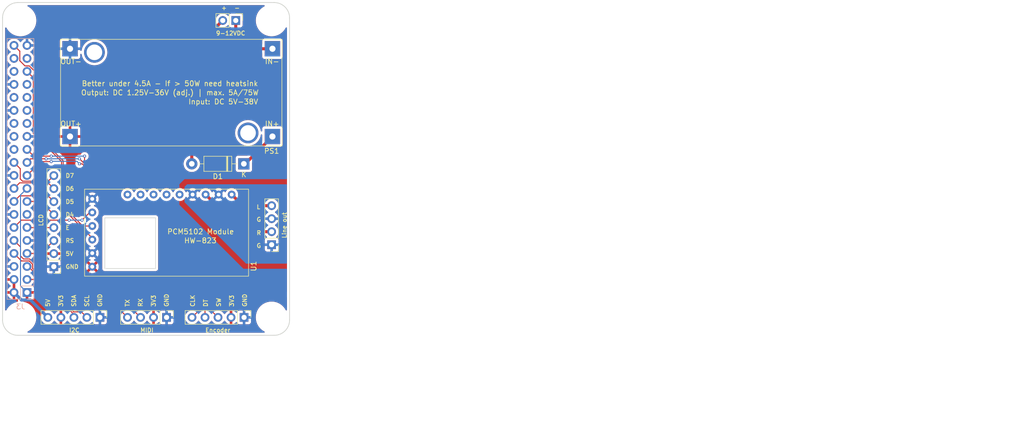
<source format=kicad_pcb>
(kicad_pcb (version 20211014) (generator pcbnew)
  (title_block (rev "1"))
  (layers (0 "F.Cu" signal "Front") (31 "B.Cu" signal "Back") (34 "B.Paste" user) (35 "F.Paste" user) (36 "B.SilkS" user "B.Silkscreen") (37 "F.SilkS" user "F.Silkscreen") (38 "B.Mask" user) (39 "F.Mask" user) (44 "Edge.Cuts" user))
  (net 0 "")
  (net 1 "GND")
  (net 2 "+3.3V")
  (net 3 "/OUT_R")
  (net 4 "+5V")
  (net 5 "/I2S_BCK")
  (net 6 "/I2S_LCK")
  (net 7 "/I2S_DIN")
  (net 8 "GNDA")
  (net 9 "/OUT_L")
  (net 10 "/+VIN")
  (net 11 "/-VIN")
  (net 12 "/SDA")
  (net 13 "/SCL")
  (net 31 "Net-(D1-Pad1)")
  (net 32 "/LCD_RS")
  (net 33 "/LCD_E")
  (net 34 "/LCD_D4")
  (net 35 "/LCD_D5")
  (net 36 "/LCD_D6")
  (net 37 "/LCD_D7")
  (net 38 "/MIDI_TX")
  (net 39 "/MIDI_RX")
  (net 40 "/ENC_CLK")
  (net 41 "/ENC_DT")
  (net 42 "/ENC_SW")
  (footprint "Diode_THT:D_DO-41_SOD81_P10.16mm_Horizontal" (layer "F.Cu") (at 97.08 81.5 180)
    (fp_text reference "D1" (at 5.08 -2.47) (layer "F.SilkS"))
    (fp_text value "1N4002")
    (fp_text user "K" (at 0 -2.1) (layer "F.SilkS"))
    (fp_line (start 7.8 -1.47) (end 2.36 -1.47) (layer "F.SilkS") (width 0.12))
    (fp_line (start 2.36 1.47) (end 7.8 1.47) (layer "F.SilkS") (width 0.12))
    (fp_line (start 3.38 -1.47) (end 3.38 1.47) (layer "F.SilkS") (width 0.12))
    (fp_line (start 2.36 -1.47) (end 2.36 1.47) (layer "F.SilkS") (width 0.12))
    (fp_line (start 3.14 -1.47) (end 3.14 1.47) (layer "F.SilkS") (width 0.12))
    (fp_line (start 3.26 -1.47) (end 3.26 1.47) (layer "F.SilkS") (width 0.12))
    (fp_line (start 1.34 0) (end 2.36 0) (layer "F.SilkS") (width 0.12))
    (fp_line (start 7.8 1.47) (end 7.8 -1.47) (layer "F.SilkS") (width 0.12))
    (fp_line (start 8.82 0) (end 7.8 0) (layer "F.SilkS") (width 0.12))
    (pad "1" thru_hole rect (at 0 0 180) (size 2.2 2.2) (drill 1.1) (layers *.Cu *.Mask) (net 31 "Net-(D1-Pad1)"))
    (pad "2" thru_hole oval (at 10.16 0 180) (size 2.2 2.2) (drill 1.1) (layers *.Cu *.Mask) (net 10 "/+VIN"))
  )
  (footprint "RPi_Hat:RPi_Hat_Mounting_Hole" (layer "F.Cu") (at 53.5 111.5 90)
    (fp_text reference "H3" hide)
    (fp_text value "~" hide)
    (pad "" np_thru_hole circle locked (at 0 0 90) (size 2.75 2.75) (drill 2.75) (layers *.Cu *.Mask) (clearance 1.725))
  )
  (footprint "Personal:PCM5102_HW-823" (layer "F.Cu") (at 66 103.5 90)
    (fp_text reference "U1" (at 2 33 90 unlocked) (layer "F.SilkS"))
    (fp_text value "PCM5102_Module")
    (fp_text user "HW-823" (at 7 22.6 unlocked) (layer "F.SilkS"))
    (fp_text user "PCM5102 Module" (at 8.75 22.65 unlocked) (layer "F.SilkS"))
    (fp_rect (start 0.05 0) (end 17.05 32) (layer "F.SilkS") (width 0.12) (fill none))
    (fp_rect (start 1.55 3.95) (end 11.45 13.85) (layer "Edge.Cuts") (width 0.12) (fill none))
    (pad "1" thru_hole circle (at 16 8.38 90) (size 1.524 1.524) (drill 0.762) (layers *.Cu *.Mask))
    (pad "2" thru_hole circle (at 16 10.92 90) (size 1.524 1.524) (drill 0.762) (layers *.Cu *.Mask))
    (pad "3" thru_hole circle (at 16 13.46 90) (size 1.524 1.524) (drill 0.762) (layers *.Cu *.Mask))
    (pad "4" thru_hole circle (at 16 16 90) (size 1.524 1.524) (drill 0.762) (layers *.Cu *.Mask))
    (pad "5" thru_hole circle (at 16 18.54 90) (size 1.524 1.524) (drill 0.762) (layers *.Cu *.Mask))
    (pad "6" thru_hole circle (at 16 21.08 90) (size 1.524 1.524) (drill 0.762) (layers *.Cu *.Mask) (net 8 "GNDA"))
    (pad "7" thru_hole circle (at 16 23.62 90) (size 1.524 1.524) (drill 0.762) (layers *.Cu *.Mask) (net 3 "/OUT_R"))
    (pad "8" thru_hole circle (at 16 26.16 90) (size 1.524 1.524) (drill 0.762) (layers *.Cu *.Mask) (net 8 "GNDA"))
    (pad "9" thru_hole circle (at 16 28.7 90) (size 1.524 1.524) (drill 0.762) (layers *.Cu *.Mask) (net 9 "/OUT_L"))
    (pad "10" thru_hole circle (at 15.15 1.5 90) (size 1.524 1.524) (drill 0.762) (layers *.Cu *.Mask) (net 1 "GND"))
    (pad "11" thru_hole circle (at 12.5 1.5 90) (size 1.524 1.524) (drill 0.762) (layers *.Cu *.Mask) (net 5 "/I2S_BCK"))
    (pad "12" thru_hole circle (at 9.85 1.5 90) (size 1.524 1.524) (drill 0.762) (layers *.Cu *.Mask) (net 7 "/I2S_DIN"))
    (pad "13" thru_hole circle (at 7.2 1.5 90) (size 1.524 1.524) (drill 0.762) (layers *.Cu *.Mask) (net 6 "/I2S_LCK"))
    (pad "14" thru_hole circle (at 4.55 1.5 90) (size 1.524 1.524) (drill 0.762) (layers *.Cu *.Mask) (net 1 "GND"))
    (pad "15" thru_hole circle (at 1.9 1.5 90) (size 1.524 1.524) (drill 0.762) (layers *.Cu *.Mask) (net 4 "+5V"))
  )
  (footprint "RPi_Hat:RPi_Hat_Mounting_Hole" (layer "F.Cu") (at 102.5 53.5 90)
    (fp_text reference "H2" hide)
    (fp_text value "~" hide)
    (pad "" np_thru_hole circle locked (at 0 0 90) (size 2.75 2.75) (drill 2.75) (layers *.Cu *.Mask) (clearance 1.725))
  )
  (footprint "RPi_Hat:RPi_Hat_Mounting_Hole" (layer "F.Cu") (at 53.5 53.5 90)
    (fp_text reference "H1" hide)
    (fp_text value "~" hide)
    (pad "" np_thru_hole circle locked (at 0 0 90) (size 2.75 2.75) (drill 2.75) (layers *.Cu *.Mask) (clearance 1.725))
  )
  (footprint "Connector_PinHeader_2.54mm:PinHeader_1x08_P2.54mm_Vertical" (layer "F.Cu") (at 60 101.58 180)
    (fp_text reference "J6" hide)
    (fp_text value "LCD")
    (fp_line (start -1.33 0) (end -1.33 -1.33) (layer "F.SilkS") (width 0.12))
    (fp_line (start 1.33 1.27) (end 1.33 19.11) (layer "F.SilkS") (width 0.12))
    (fp_line (start -1.33 -1.33) (end 0 -1.33) (layer "F.SilkS") (width 0.12))
    (fp_line (start -1.33 1.27) (end -1.33 19.11) (layer "F.SilkS") (width 0.12))
    (fp_line (start -1.33 19.11) (end 1.33 19.11) (layer "F.SilkS") (width 0.12))
    (fp_line (start -1.33 1.27) (end 1.33 1.27) (layer "F.SilkS") (width 0.12))
    (pad "1" thru_hole rect (at 0 0 180) (size 1.7 1.7) (drill 1) (layers *.Cu *.Mask) (net 1 "GND"))
    (pad "2" thru_hole oval (at 0 2.54 180) (size 1.7 1.7) (drill 1) (layers *.Cu *.Mask) (net 4 "+5V"))
    (pad "3" thru_hole oval (at 0 5.08 180) (size 1.7 1.7) (drill 1) (layers *.Cu *.Mask) (net 32 "/LCD_RS"))
    (pad "4" thru_hole oval (at 0 7.62 180) (size 1.7 1.7) (drill 1) (layers *.Cu *.Mask) (net 33 "/LCD_E"))
    (pad "5" thru_hole oval (at 0 10.16 180) (size 1.7 1.7) (drill 1) (layers *.Cu *.Mask) (net 34 "/LCD_D4"))
    (pad "6" thru_hole oval (at 0 12.7 180) (size 1.7 1.7) (drill 1) (layers *.Cu *.Mask) (net 35 "/LCD_D5"))
    (pad "7" thru_hole oval (at 0 15.24 180) (size 1.7 1.7) (drill 1) (layers *.Cu *.Mask) (net 36 "/LCD_D6"))
    (pad "8" thru_hole oval (at 0 17.78 180) (size 1.7 1.7) (drill 1) (layers *.Cu *.Mask) (net 37 "/LCD_D7"))
  )
  (footprint "Connector_PinHeader_2.54mm:PinHeader_1x04_P2.54mm_Vertical" (layer "F.Cu") (at 102.5 97.3 180)
    (fp_text reference "J2" hide)
    (fp_text value "Line out")
    (fp_line (start -1.33 0) (end -1.33 -1.33) (layer "F.SilkS") (width 0.12))
    (fp_line (start -1.33 8.95) (end 1.33 8.95) (layer "F.SilkS") (width 0.12))
    (fp_line (start 1.33 1.27) (end 1.33 8.95) (layer "F.SilkS") (width 0.12))
    (fp_line (start -1.33 1.27) (end 1.33 1.27) (layer "F.SilkS") (width 0.12))
    (fp_line (start -1.33 -1.33) (end 0 -1.33) (layer "F.SilkS") (width 0.12))
    (fp_line (start -1.33 1.27) (end -1.33 8.95) (layer "F.SilkS") (width 0.12))
    (pad "1" thru_hole rect (at 0 0 180) (size 1.7 1.7) (drill 1) (layers *.Cu *.Mask) (net 8 "GNDA"))
    (pad "2" thru_hole oval (at 0 2.54 180) (size 1.7 1.7) (drill 1) (layers *.Cu *.Mask) (net 3 "/OUT_R"))
    (pad "3" thru_hole oval (at 0 5.08 180) (size 1.7 1.7) (drill 1) (layers *.Cu *.Mask) (net 8 "GNDA"))
    (pad "4" thru_hole oval (at 0 7.62 180) (size 1.7 1.7) (drill 1) (layers *.Cu *.Mask) (net 9 "/OUT_L"))
  )
  (footprint "Connector_PinHeader_2.54mm:PinHeader_1x02_P2.54mm_Vertical" (layer "F.Cu") (at 95.5 53.5 -90)
    (fp_text reference "J5" hide)
    (fp_text value "9-12V")
    (fp_line (start -1.33 -1.33) (end 0 -1.33) (layer "F.SilkS") (width 0.12))
    (fp_line (start -1.33 1.27) (end 1.33 1.27) (layer "F.SilkS") (width 0.12))
    (fp_line (start -1.33 3.87) (end 1.33 3.87) (layer "F.SilkS") (width 0.12))
    (fp_line (start 1.33 1.27) (end 1.33 3.87) (layer "F.SilkS") (width 0.12))
    (fp_line (start -1.33 1.27) (end -1.33 3.87) (layer "F.SilkS") (width 0.12))
    (fp_line (start -1.33 0) (end -1.33 -1.33) (layer "F.SilkS") (width 0.12))
    (pad "1" thru_hole rect (at 0 0 270) (size 1.7 1.7) (drill 1) (layers *.Cu *.Mask) (net 11 "/-VIN"))
    (pad "2" thru_hole oval (at 0 2.54 270) (size 1.7 1.7) (drill 1) (layers *.Cu *.Mask) (net 10 "/+VIN"))
  )
  (footprint "Connector_PinHeader_2.54mm:PinHeader_1x05_P2.54mm_Vertical" (layer "F.Cu") (at 97.12 111.5 -90)
    (fp_text reference "J4" hide)
    (fp_text value "Encoder")
    (fp_line (start -1.33 1.27) (end 1.33 1.27) (layer "F.SilkS") (width 0.12))
    (fp_line (start -1.33 -1.33) (end 0 -1.33) (layer "F.SilkS") (width 0.12))
    (fp_line (start -1.33 0) (end -1.33 -1.33) (layer "F.SilkS") (width 0.12))
    (fp_line (start -1.33 11.49) (end 1.33 11.49) (layer "F.SilkS") (width 0.12))
    (fp_line (start 1.33 1.27) (end 1.33 11.49) (layer "F.SilkS") (width 0.12))
    (fp_line (start -1.33 1.27) (end -1.33 11.49) (layer "F.SilkS") (width 0.12))
    (pad "1" thru_hole rect (at 0 0 270) (size 1.7 1.7) (drill 1) (layers *.Cu *.Mask) (net 1 "GND"))
    (pad "2" thru_hole oval (at 0 2.54 270) (size 1.7 1.7) (drill 1) (layers *.Cu *.Mask) (net 2 "+3.3V"))
    (pad "3" thru_hole oval (at 0 5.08 270) (size 1.7 1.7) (drill 1) (layers *.Cu *.Mask) (net 42 "/ENC_SW"))
    (pad "4" thru_hole oval (at 0 7.62 270) (size 1.7 1.7) (drill 1) (layers *.Cu *.Mask) (net 41 "/ENC_DT"))
    (pad "5" thru_hole oval (at 0 10.16 270) (size 1.7 1.7) (drill 1) (layers *.Cu *.Mask) (net 40 "/ENC_CLK"))
  )
  (footprint "RPi_Hat:RPi_Hat_Mounting_Hole" (layer "F.Cu") (at 102.5 111.5 90)
    (fp_text reference "H4" hide)
    (fp_text value "~" hide)
    (pad "" np_thru_hole circle locked (at 0 0 90) (size 2.75 2.75) (drill 2.75) (layers *.Cu *.Mask) (clearance 1.725))
  )
  (footprint "Connector_PinHeader_2.54mm:PinHeader_1x04_P2.54mm_Vertical" (layer "F.Cu") (at 82 111.5 -90)
    (fp_text reference "J1" hide)
    (fp_text value "MIDI")
    (fp_line (start -1.33 8.95) (end 1.33 8.95) (layer "F.SilkS") (width 0.12))
    (fp_line (start 1.33 1.27) (end 1.33 8.95) (layer "F.SilkS") (width 0.12))
    (fp_line (start -1.33 0) (end -1.33 -1.33) (layer "F.SilkS") (width 0.12))
    (fp_line (start -1.33 -1.33) (end 0 -1.33) (layer "F.SilkS") (width 0.12))
    (fp_line (start -1.33 1.27) (end -1.33 8.95) (layer "F.SilkS") (width 0.12))
    (fp_line (start -1.33 1.27) (end 1.33 1.27) (layer "F.SilkS") (width 0.12))
    (pad "1" thru_hole rect (at 0 0 270) (size 1.7 1.7) (drill 1) (layers *.Cu *.Mask) (net 1 "GND"))
    (pad "2" thru_hole oval (at 0 2.54 270) (size 1.7 1.7) (drill 1) (layers *.Cu *.Mask) (net 2 "+3.3V"))
    (pad "3" thru_hole oval (at 0 5.08 270) (size 1.7 1.7) (drill 1) (layers *.Cu *.Mask) (net 39 "/MIDI_RX"))
    (pad "4" thru_hole oval (at 0 7.62 270) (size 1.7 1.7) (drill 1) (layers *.Cu *.Mask) (net 38 "/MIDI_TX"))
  )
  (footprint "Personal:XL4005_DC-DC" (layer "F.Cu") (at 104.5 57.181 180)
    (fp_text reference "PS1" (at 1.995 -21.819) (layer "F.SilkS"))
    (fp_text value "XL4005_DC-DC")
    (fp_text user "OUT+" (at 41.148 -16.51) (layer "F.SilkS"))
    (fp_text user "IN+" (at 1.905 -16.51) (layer "F.SilkS"))
    (fp_text user "Output: DC 1.25V-36V (adj.) | max. 5A/75W" (at 21.844 -10.414) (layer "F.SilkS"))
    (fp_text user "Better under 4.5A - If > 50W need heatsink" (at 21.844 -8.636) (layer "F.SilkS"))
    (fp_text user "Input: DC 5V-38V" (at 11.43 -12.192) (layer "F.SilkS"))
    (fp_text user "IN-" (at 1.905 -4.318) (layer "F.SilkS"))
    (fp_text user "OUT-" (at 41.148 -4.318) (layer "F.SilkS"))
    (fp_line (start 0 -20.828) (end 43.18 -20.828) (layer "F.SilkS") (width 0.12))
    (fp_line (start 43.18 -20.828) (end 43.18 0) (layer "F.SilkS") (width 0.12))
    (fp_line (start 0 0) (end 0 -20.828) (layer "F.SilkS") (width 0.12))
    (fp_line (start 43.18 0) (end 0 0) (layer "F.SilkS") (width 0.12))
    (pad "" thru_hole circle (at 6.604 -18.288 180) (size 4.048 4.048) (drill 3.048) (layers *.Cu *.Mask))
    (pad "" thru_hole circle (at 36.576 -2.54 180) (size 4.048 4.048) (drill 3.048) (layers *.Cu *.Mask))
    (pad "1" thru_hole rect (at 1.8415 -18.9865 180) (size 3 3) (drill 1.2) (layers *.Cu *.Mask) (net 31 "Net-(D1-Pad1)"))
    (pad "2" thru_hole rect (at 1.8415 -1.8415 180) (size 3 3) (drill 1.2) (layers *.Cu *.Mask) (net 11 "/-VIN"))
    (pad "3" thru_hole rect (at 41.3385 -18.9865 180) (size 3 3) (drill 1.2) (layers *.Cu *.Mask) (net 4 "+5V"))
    (pad "4" thru_hole rect (at 41.3385 -1.8415 180) (size 3 3) (drill 1.2) (layers *.Cu *.Mask) (net 1 "GND"))
  )
  (footprint "Connector_PinHeader_2.54mm:PinHeader_1x05_P2.54mm_Vertical" (layer "F.Cu") (at 69 111.5 -90)
    (fp_text reference "J7" hide)
    (fp_text value "I2C")
    (fp_line (start -1.33 0) (end -1.33 -1.33) (layer "F.SilkS") (width 0.12))
    (fp_line (start -1.33 1.27) (end 1.33 1.27) (layer "F.SilkS") (width 0.12))
    (fp_line (start -1.33 -1.33) (end 0 -1.33) (layer "F.SilkS") (width 0.12))
    (fp_line (start 1.33 1.27) (end 1.33 11.49) (layer "F.SilkS") (width 0.12))
    (fp_line (start -1.33 1.27) (end -1.33 11.49) (layer "F.SilkS") (width 0.12))
    (fp_line (start -1.33 11.49) (end 1.33 11.49) (layer "F.SilkS") (width 0.12))
    (pad "1" thru_hole rect (at 0 0 270) (size 1.7 1.7) (drill 1) (layers *.Cu *.Mask) (net 1 "GND"))
    (pad "2" thru_hole oval (at 0 2.54 270) (size 1.7 1.7) (drill 1) (layers *.Cu *.Mask) (net 13 "/SCL"))
    (pad "3" thru_hole oval (at 0 5.08 270) (size 1.7 1.7) (drill 1) (layers *.Cu *.Mask) (net 12 "/SDA"))
    (pad "4" thru_hole oval (at 0 7.62 270) (size 1.7 1.7) (drill 1) (layers *.Cu *.Mask) (net 2 "+3.3V"))
    (pad "5" thru_hole oval (at 0 10.16 270) (size 1.7 1.7) (drill 1) (layers *.Cu *.Mask) (net 4 "+5V"))
  )
  (footprint "Connector_PinSocket_2.54mm:PinSocket_2x20_P2.54mm_Vertical" (layer "B.Cu") (at 54.77 106.63)
    (fp_text reference "J3" (at -1.27 2.77) (layer "B.SilkS") (effects (justify mirror)))
    (fp_text value "RPi_GPIO")
    (fp_line (start -3.87 1.33) (end -3.87 -49.59) (layer "B.SilkS") (width 0.12))
    (fp_line (start -1.27 1.33) (end -1.27 -1.27) (layer "B.SilkS") (width 0.12))
    (fp_line (start 1.33 1.33) (end 1.33 0) (layer "B.SilkS") (width 0.12))
    (fp_line (start -1.27 -1.27) (end 1.33 -1.27) (layer "B.SilkS") (width 0.12))
    (fp_line (start 1.33 -1.27) (end 1.33 -49.59) (layer "B.SilkS") (width 0.12))
    (fp_line (start 0 1.33) (end 1.33 1.33) (layer "B.SilkS") (width 0.12))
    (fp_line (start -3.87 1.33) (end -1.27 1.33) (layer "B.SilkS") (width 0.12))
    (fp_line (start -3.87 -49.59) (end 1.33 -49.59) (layer "B.SilkS") (width 0.12))
    (pad "1" thru_hole rect (at 0 0) (size 1.7 1.7) (drill 1) (layers *.Cu *.Mask) (net 2 "+3.3V"))
    (pad "2" thru_hole oval (at -2.54 0) (size 1.7 1.7) (drill 1) (layers *.Cu *.Mask) (net 4 "+5V"))
    (pad "3" thru_hole oval (at 0 -2.54) (size 1.7 1.7) (drill 1) (layers *.Cu *.Mask) (net 12 "/SDA"))
    (pad "4" thru_hole oval (at -2.54 -2.54) (size 1.7 1.7) (drill 1) (layers *.Cu *.Mask) (net 4 "+5V"))
    (pad "5" thru_hole oval (at 0 -5.08) (size 1.7 1.7) (drill 1) (layers *.Cu *.Mask) (net 13 "/SCL"))
    (pad "6" thru_hole oval (at -2.54 -5.08) (size 1.7 1.7) (drill 1) (layers *.Cu *.Mask) (net 1 "GND"))
    (pad "7" thru_hole oval (at 0 -7.62) (size 1.7 1.7) (drill 1) (layers *.Cu *.Mask) (net 32 "/LCD_RS"))
    (pad "8" thru_hole oval (at -2.54 -7.62) (size 1.7 1.7) (drill 1) (layers *.Cu *.Mask) (net 38 "/MIDI_TX"))
    (pad "9" thru_hole oval (at 0 -10.16) (size 1.7 1.7) (drill 1) (layers *.Cu *.Mask) (net 1 "GND"))
    (pad "10" thru_hole oval (at -2.54 -10.16) (size 1.7 1.7) (drill 1) (layers *.Cu *.Mask) (net 39 "/MIDI_RX"))
    (pad "11" thru_hole oval (at 0 -12.7) (size 1.7 1.7) (drill 1) (layers *.Cu *.Mask) (net 33 "/LCD_E"))
    (pad "12" thru_hole oval (at -2.54 -12.7) (size 1.7 1.7) (drill 1) (layers *.Cu *.Mask) (net 5 "/I2S_BCK"))
    (pad "13" thru_hole oval (at 0 -15.24) (size 1.7 1.7) (drill 1) (layers *.Cu *.Mask))
    (pad "14" thru_hole oval (at -2.54 -15.24) (size 1.7 1.7) (drill 1) (layers *.Cu *.Mask) (net 1 "GND"))
    (pad "15" thru_hole oval (at 0 -17.78) (size 1.7 1.7) (drill 1) (layers *.Cu *.Mask) (net 34 "/LCD_D4"))
    (pad "16" thru_hole oval (at -2.54 -17.78) (size 1.7 1.7) (drill 1) (layers *.Cu *.Mask) (net 35 "/LCD_D5"))
    (pad "17" thru_hole oval (at 0 -20.32) (size 1.7 1.7) (drill 1) (layers *.Cu *.Mask) (net 2 "+3.3V"))
    (pad "18" thru_hole oval (at -2.54 -20.32) (size 1.7 1.7) (drill 1) (layers *.Cu *.Mask) (net 36 "/LCD_D6"))
    (pad "19" thru_hole oval (at 0 -22.86) (size 1.7 1.7) (drill 1) (layers *.Cu *.Mask) (net 40 "/ENC_CLK"))
    (pad "20" thru_hole oval (at -2.54 -22.86) (size 1.7 1.7) (drill 1) (layers *.Cu *.Mask) (net 1 "GND"))
    (pad "21" thru_hole oval (at 0 -25.4) (size 1.7 1.7) (drill 1) (layers *.Cu *.Mask) (net 41 "/ENC_DT"))
    (pad "22" thru_hole oval (at -2.54 -25.4) (size 1.7 1.7) (drill 1) (layers *.Cu *.Mask) (net 37 "/LCD_D7"))
    (pad "23" thru_hole oval (at 0 -27.94) (size 1.7 1.7) (drill 1) (layers *.Cu *.Mask) (net 42 "/ENC_SW"))
    (pad "24" thru_hole oval (at -2.54 -27.94) (size 1.7 1.7) (drill 1) (layers *.Cu *.Mask))
    (pad "25" thru_hole oval (at 0 -30.48) (size 1.7 1.7) (drill 1) (layers *.Cu *.Mask) (net 1 "GND"))
    (pad "26" thru_hole oval (at -2.54 -30.48) (size 1.7 1.7) (drill 1) (layers *.Cu *.Mask))
    (pad "27" thru_hole oval (at 0 -33.02) (size 1.7 1.7) (drill 1) (layers *.Cu *.Mask))
    (pad "28" thru_hole oval (at -2.54 -33.02) (size 1.7 1.7) (drill 1) (layers *.Cu *.Mask))
    (pad "29" thru_hole oval (at 0 -35.56) (size 1.7 1.7) (drill 1) (layers *.Cu *.Mask))
    (pad "30" thru_hole oval (at -2.54 -35.56) (size 1.7 1.7) (drill 1) (layers *.Cu *.Mask) (net 1 "GND"))
    (pad "31" thru_hole oval (at 0 -38.1) (size 1.7 1.7) (drill 1) (layers *.Cu *.Mask))
    (pad "32" thru_hole oval (at -2.54 -38.1) (size 1.7 1.7) (drill 1) (layers *.Cu *.Mask))
    (pad "33" thru_hole oval (at 0 -40.64) (size 1.7 1.7) (drill 1) (layers *.Cu *.Mask))
    (pad "34" thru_hole oval (at -2.54 -40.64) (size 1.7 1.7) (drill 1) (layers *.Cu *.Mask) (net 1 "GND"))
    (pad "35" thru_hole oval (at 0 -43.18) (size 1.7 1.7) (drill 1) (layers *.Cu *.Mask) (net 6 "/I2S_LCK"))
    (pad "36" thru_hole oval (at -2.54 -43.18) (size 1.7 1.7) (drill 1) (layers *.Cu *.Mask))
    (pad "37" thru_hole oval (at 0 -45.72) (size 1.7 1.7) (drill 1) (layers *.Cu *.Mask))
    (pad "38" thru_hole oval (at -2.54 -45.72) (size 1.7 1.7) (drill 1) (layers *.Cu *.Mask))
    (pad "39" thru_hole oval (at 0 -48.26) (size 1.7 1.7) (drill 1) (layers *.Cu *.Mask) (net 1 "GND"))
    (pad "40" thru_hole oval (at -2.54 -48.26) (size 1.7 1.7) (drill 1) (layers *.Cu *.Mask) (net 7 "/I2S_DIN"))
  )
  (gr_arc (start 106 112) (mid 105.12132 114.12132) (end 103 115) (layer "Edge.Cuts") (width 0.15))
  (gr_line (start 53 115) (end 103 115) (layer "Edge.Cuts") (width 0.15))
  (gr_line (start 53 50) (end 103 50) (layer "Edge.Cuts") (width 0.15))
  (gr_line (start 50 112) (end 50 53) (layer "Edge.Cuts") (width 0.15))
  (gr_arc (start 50 53) (mid 50.87868 50.87868) (end 53 50) (layer "Edge.Cuts") (width 0.15))
  (gr_line (start 106 112) (end 106 53) (layer "Edge.Cuts") (width 0.15))
  (gr_arc (start 103 50) (mid 105.12132 50.87868) (end 106 53) (layer "Edge.Cuts") (width 0.15))
  (gr_arc (start 53 115) (mid 50.87868 114.12132) (end 50 112) (layer "Edge.Cuts") (width 0.15))
  (gr_text "RS" (at 62.23 96.52) (layer "F.SilkS") (effects (font (size 0.8128 0.8128) (thickness 0.1524)) (justify left)))
  (gr_text "3V3" (at 79.46 109.5 90) (layer "F.SilkS") (effects (font (size 0.8128 0.8128) (thickness 0.1524)) (justify left)))
  (gr_text "D4" (at 62.23 91.44) (layer "F.SilkS") (effects (font (size 0.8128 0.8128) (thickness 0.1524)) (justify left)))
  (gr_text "TX" (at 74.38 109.5 90) (layer "F.SilkS") (effects (font (size 0.8128 0.8128) (thickness 0.1524)) (justify left)))
  (gr_text "D7" (at 62.23 83.82) (layer "F.SilkS") (effects (font (size 0.8128 0.8128) (thickness 0.1524)) (justify left)))
  (gr_text "3V3" (at 94.718 109.5 90) (layer "F.SilkS") (effects (font (size 0.8128 0.8128) (thickness 0.1524)) (justify left)))
  (gr_text "Encoder" (at 92 114) (layer "F.SilkS") (effects (font (size 0.8128 0.8128) (thickness 0.1524))))
  (gr_text "CLK" (at 87.098 109.5 90) (layer "F.SilkS") (effects (font (size 0.8128 0.8128) (thickness 0.1524)) (justify left)))
  (gr_text "-" (at 95.758 51.054) (layer "F.SilkS") (effects (font (size 0.8128 0.8128) (thickness 0.1524))))
  (gr_text "RX" (at 76.92 109.5 90) (layer "F.SilkS") (effects (font (size 0.8128 0.8128) (thickness 0.1524)) (justify left)))
  (gr_text "GND" (at 97.258 109.5 90) (layer "F.SilkS") (effects (font (size 0.8128 0.8128) (thickness 0.1524)) (justify left)))
  (gr_text "3V3" (at 61.38 109.5 90) (layer "F.SilkS") (effects (font (size 0.8128 0.8128) (thickness 0.1524)) (justify left)))
  (gr_text "R" (at 99.5 95) (layer "F.SilkS") (effects (font (size 0.8128 0.8128) (thickness 0.1524)) (justify left)))
  (gr_text "5V" (at 58.84 109.5 90) (layer "F.SilkS") (effects (font (size 0.8128 0.8128) (thickness 0.1524)) (justify left)))
  (gr_text "D5" (at 62.23 88.9) (layer "F.SilkS") (effects (font (size 0.8128 0.8128) (thickness 0.1524)) (justify left)))
  (gr_text "E" (at 62.23 93.98) (layer "F.SilkS") (effects (font (size 0.8128 0.8128) (thickness 0.1524)) (justify left)))
  (gr_text "D6" (at 62.23 86.36) (layer "F.SilkS") (effects (font (size 0.8128 0.8128) (thickness 0.1524)) (justify left)))
  (gr_text "G" (at 99.5 92.39) (layer "F.SilkS") (effects (font (size 0.8128 0.8128) (thickness 0.1524)) (justify left)))
  (gr_text "GND" (at 82 109.5 90) (layer "F.SilkS") (effects (font (size 0.8128 0.8128) (thickness 0.1524)) (justify left)))
  (gr_text "SCL" (at 66.46 109.5 90) (layer "F.SilkS") (effects (font (size 0.8128 0.8128) (thickness 0.1524)) (justify left)))
  (gr_text "MIDI" (at 78.166 114) (layer "F.SilkS") (effects (font (size 0.8128 0.8128) (thickness 0.1524))))
  (gr_text "9-12VDC" (at 94.5 56) (layer "F.SilkS") (effects (font (size 0.8128 0.8128) (thickness 0.1524))))
  (gr_text "L" (at 99.5 89.94) (layer "F.SilkS") (effects (font (size 0.8128 0.8128) (thickness 0.1524)) (justify left)))
  (gr_text "GND" (at 62.23 101.6) (layer "F.SilkS") (effects (font (size 0.8128 0.8128) (thickness 0.1524)) (justify left)))
  (gr_text "G" (at 99.5 97.5) (layer "F.SilkS") (effects (font (size 0.8128 0.8128) (thickness 0.1524)) (justify left)))
  (gr_text "GND" (at 69 109.5 90) (layer "F.SilkS") (effects (font (size 0.8128 0.8128) (thickness 0.1524)) (justify left)))
  (gr_text "Line out" (at 105 93.5 90) (layer "F.SilkS") (effects (font (size 0.8128 0.8128) (thickness 0.1524))))
  (gr_text "+" (at 93.218 51.054) (layer "F.SilkS") (effects (font (size 0.8128 0.8128) (thickness 0.1524))))
  (gr_text "5V" (at 62.23 99.06) (layer "F.SilkS") (effects (font (size 0.8128 0.8128) (thickness 0.1524)) (justify left)))
  (gr_text "SDA" (at 63.92 109.5 90) (layer "F.SilkS") (effects (font (size 0.8128 0.8128) (thickness 0.1524)) (justify left)))
  (gr_text "SW" (at 92.178 109.5 90) (layer "F.SilkS") (effects (font (size 0.8128 0.8128) (thickness 0.1524)) (justify left)))
  (gr_text "I2C" (at 64 114) (layer "F.SilkS") (effects (font (size 0.8128 0.8128) (thickness 0.1524))))
  (gr_text "LCD" (at 57.5 92.5 90) (layer "F.SilkS") (effects (font (size 0.8128 0.8128) (thickness 0.1524))))
  (gr_text "DT" (at 89.638 109.5 90) (layer "F.SilkS") (effects (font (size 0.8128 0.8128) (thickness 0.1524)) (justify left)))
  (segment (start 54.77 86.31) (end 53.5 87.58) (width 0.2) (layer "B.Cu") (net 2))
  (segment (start 53.5 87.58) (end 53.5 105.36) (width 0.2) (layer "B.Cu") (net 2))
  (segment (start 53.5 105.36) (end 54.77 106.63) (width 0.2) (layer "B.Cu") (net 2))
  (segment (start 102.5 94.76) (end 96.88 94.76) (width 0.6) (layer "F.Cu") (net 3))
  (segment (start 96.88 94.76) (end 89.62 87.5) (width 0.6) (layer "F.Cu") (net 3))
  (segment (start 55.439999 108.099999) (end 58.84 111.5) (width 0.6) (layer "B.Cu") (net 4))
  (segment (start 53.699999 108.099999) (end 55.439999 108.099999) (width 0.6) (layer "B.Cu") (net 4))
  (segment (start 52.23 106.63) (end 53.699999 108.099999) (width 0.6) (layer "B.Cu") (net 4))
  (segment (start 63 92.5) (end 53.66 92.5) (width 0.2) (layer "F.Cu") (net 5))
  (segment (start 53.66 92.5) (end 52.23 93.93) (width 0.2) (layer "F.Cu") (net 5))
  (segment (start 67 91) (end 67.5 91) (width 0.2) (layer "F.Cu") (net 5))
  (segment (start 65.5 92.5) (end 67 91) (width 0.2) (layer "F.Cu") (net 5))
  (via (at 63 92.5) (size 0.6) (drill 0.3) (layers "F.Cu" "B.Cu") (net 5))
  (via (at 65.5 92.5) (size 0.6) (drill 0.3) (layers "F.Cu" "B.Cu") (net 5))
  (segment (start 65.5 92.5) (end 63 92.5) (width 0.2) (layer "B.Cu") (net 5))
  (segment (start 61.5 90) (end 67.5 96) (width 0.2) (layer "F.Cu") (net 6))
  (segment (start 67.5 96) (end 67.5 96.3) (width 0.2) (layer "F.Cu") (net 6))
  (segment (start 56 64.68) (end 56 75.547448) (width 0.2) (layer "F.Cu") (net 6))
  (segment (start 61.5 81.047448) (end 61.5 90) (width 0.2) (layer "F.Cu") (net 6))
  (segment (start 54.77 63.45) (end 56 64.68) (width 0.2) (layer "F.Cu") (net 6))
  (segment (start 56 75.547448) (end 61.5 81.047448) (width 0.2) (layer "F.Cu") (net 6))
  (segment (start 54.373 62.373) (end 55.216109 62.373) (width 0.2) (layer "F.Cu") (net 7))
  (segment (start 61.827 80.912) (end 61.827 89.827) (width 0.2) (layer "F.Cu") (net 7))
  (segment (start 56.327 63.483891) (end 56.327 75.412) (width 0.2) (layer "F.Cu") (net 7))
  (segment (start 56.327 75.412) (end 61.827 80.912) (width 0.2) (layer "F.Cu") (net 7))
  (segment (start 55.216109 62.373) (end 56.327 63.483891) (width 0.2) (layer "F.Cu") (net 7))
  (segment (start 65.65 93.65) (end 67.5 93.65) (width 0.2) (layer "F.Cu") (net 7))
  (segment (start 53.36 61.36) (end 54.373 62.373) (width 0.2) (layer "F.Cu") (net 7))
  (segment (start 53.36 59.5) (end 53.36 61.36) (width 0.2) (layer "F.Cu") (net 7))
  (segment (start 52.23 58.37) (end 53.36 59.5) (width 0.2) (layer "F.Cu") (net 7))
  (segment (start 61.827 89.827) (end 65.65 93.65) (width 0.2) (layer "F.Cu") (net 7))
  (segment (start 96.88 89.68) (end 94.7 87.5) (width 0.6) (layer "F.Cu") (net 9))
  (segment (start 102.5 89.68) (end 96.88 89.68) (width 0.6) (layer "F.Cu") (net 9))
  (segment (start 92.96 53.5) (end 86.92 59.54) (width 0.6) (layer "F.Cu") (net 10))
  (segment (start 86.92 59.54) (end 86.92 81.5) (width 0.6) (layer "F.Cu") (net 10))
  (segment (start 99.5225 59.0225) (end 102.6585 59.0225) (width 0.6) (layer "F.Cu") (net 11))
  (segment (start 95.5 55) (end 99.5225 59.0225) (width 0.6) (layer "F.Cu") (net 11))
  (segment (start 95.5 53.5) (end 95.5 55) (width 0.6) (layer "F.Cu") (net 11))
  (segment (start 54.77 104.09) (end 57.09 104.09) (width 0.2) (layer "F.Cu") (net 12))
  (segment (start 57.09 104.09) (end 63.92 110.92) (width 0.2) (layer "F.Cu") (net 12))
  (segment (start 63.92 110.92) (end 63.92 111.5) (width 0.2) (layer "F.Cu") (net 12))
  (segment (start 54.77 101.55) (end 55.012448 101.55) (width 0.2) (layer "F.Cu") (net 13))
  (segment (start 55.012448 101.55) (end 63.885448 110.423) (width 0.2) (layer "F.Cu") (net 13))
  (segment (start 63.885448 110.423) (end 65.383 110.423) (width 0.2) (layer "F.Cu") (net 13))
  (segment (start 65.383 110.423) (end 66.46 111.5) (width 0.2) (layer "F.Cu") (net 13))
  (segment (start 97.08 81.5) (end 97.326 81.5) (width 0.6) (layer "F.Cu") (net 31))
  (segment (start 97.326 81.5) (end 102.6585 76.1675) (width 0.6) (layer "F.Cu") (net 31))
  (segment (start 60 96.5) (end 57.49 99.01) (width 0.2) (layer "F.Cu") (net 32))
  (segment (start 57.49 99.01) (end 54.77 99.01) (width 0.2) (layer "F.Cu") (net 32))
  (segment (start 60 93.96) (end 54.8 93.96) (width 0.2) (layer "F.Cu") (net 33))
  (segment (start 54.8 93.96) (end 54.77 93.93) (width 0.2) (layer "F.Cu") (net 33))
  (segment (start 60 91.42) (end 57.43 88.85) (width 0.2) (layer "F.Cu") (net 34))
  (segment (start 57.43 88.85) (end 54.77 88.85) (width 0.2) (layer "F.Cu") (net 34))
  (segment (start 53.3206 87.7594) (end 52.23 88.85) (width 0.2) (layer "F.Cu") (net 35))
  (segment (start 58.8794 87.7594) (end 53.3206 87.7594) (width 0.2) (layer "F.Cu") (net 35))
  (segment (start 60 88.88) (end 58.8794 87.7594) (width 0.2) (layer "F.Cu") (net 35))
  (segment (start 60 86.34) (end 58.8794 85.2194) (width 0.2) (layer "F.Cu") (net 36))
  (segment (start 58.8794 85.2194) (end 53.3206 85.2194) (width 0.2) (layer "F.Cu") (net 36))
  (segment (start 53.3206 85.2194) (end 52.23 86.31) (width 0.2) (layer "F.Cu") (net 36))
  (segment (start 58.9076 84.8924) (end 60 83.8) (width 0.2) (layer "F.Cu") (net 37))
  (segment (start 53.456048 82.456048) (end 53.456048 84.456048) (width 0.2) (layer "F.Cu") (net 37))
  (segment (start 53.8924 84.8924) (end 58.9076 84.8924) (width 0.2) (layer "F.Cu") (net 37))
  (segment (start 53.456048 84.456048) (end 53.8924 84.8924) (width 0.2) (layer "F.Cu") (net 37))
  (segment (start 52.23 81.23) (end 53.456048 82.456048) (width 0.2) (layer "F.Cu") (net 37))
  (segment (start 74.38 111.5) (end 72.88 110) (width 0.2) (layer "F.Cu") (net 38))
  (segment (start 55.847 101.103891) (end 55.216109 100.473) (width 0.2) (layer "F.Cu") (net 38))
  (segment (start 55.216109 100.473) (end 53.693 100.473) (width 0.2) (layer "F.Cu") (net 38))
  (segment (start 55.847 101.922104) (end 55.847 101.103891) (width 0.2) (layer "F.Cu") (net 38))
  (segment (start 72.88 110) (end 63.924896 110) (width 0.2) (layer "F.Cu") (net 38))
  (segment (start 53.693 100.473) (end 52.23 99.01) (width 0.2) (layer "F.Cu") (net 38))
  (segment (start 63.924896 110) (end 55.847 101.922104) (width 0.2) (layer "F.Cu") (net 38))
  (segment (start 56.174 101.786656) (end 56.174 100.968443) (width 0.2) (layer "F.Cu") (net 39))
  (segment (start 55.292557 100.087) (end 54.087 100.087) (width 0.2) (layer "F.Cu") (net 39))
  (segment (start 53.5 97.74) (end 52.23 96.47) (width 0.2) (layer "F.Cu") (net 39))
  (segment (start 56.174 100.968443) (end 55.292557 100.087) (width 0.2) (layer "F.Cu") (net 39))
  (segment (start 64.060344 109.673) (end 56.174 101.786656) (width 0.2) (layer "F.Cu") (net 39))
  (segment (start 76.92 111.5) (end 75.093 109.673) (width 0.2) (layer "F.Cu") (net 39))
  (segment (start 53.5 99.5) (end 53.5 97.74) (width 0.2) (layer "F.Cu") (net 39))
  (segment (start 54.087 100.087) (end 53.5 99.5) (width 0.2) (layer "F.Cu") (net 39))
  (segment (start 75.093 109.673) (end 64.060344 109.673) (width 0.2) (layer "F.Cu") (net 39))
  (segment (start 57.487 81.053) (end 54.77 83.77) (width 0.2) (layer "F.Cu") (net 40))
  (segment (start 65 81.5) (end 65.537552 81.5) (width 0.2) (layer "F.Cu") (net 40))
  (segment (start 81.729104 90.154) (end 89.173 97.597896) (width 0.2) (layer "F.Cu") (net 40))
  (segment (start 65.537552 81.5) (end 74.191552 90.154) (width 0.2) (layer "F.Cu") (net 40))
  (segment (start 59.5 81.053) (end 57.487 81.053) (width 0.2) (layer "F.Cu") (net 40))
  (segment (start 74.191552 90.154) (end 81.729104 90.154) (width 0.2) (layer "F.Cu") (net 40))
  (segment (start 89.173 97.597896) (end 89.173 109.287) (width 0.2) (layer "F.Cu") (net 40))
  (segment (start 89.173 109.287) (end 86.96 111.5) (width 0.2) (layer "F.Cu") (net 40))
  (via (at 65 81.5) (size 0.6) (drill 0.3) (layers "F.Cu" "B.Cu") (net 40))
  (via (at 59.5 81.053) (size 0.6) (drill 0.3) (layers "F.Cu" "B.Cu") (net 40))
  (segment (start 65 81.5) (end 64.5 81) (width 0.2) (layer "B.Cu") (net 40))
  (segment (start 59.553 81) (end 59.5 81.053) (width 0.2) (layer "B.Cu") (net 40))
  (segment (start 64.5 81) (end 59.553 81) (width 0.2) (layer "B.Cu") (net 40))
  (segment (start 74.327 89.827) (end 65.0265 80.5265) (width 0.2) (layer "F.Cu") (net 41))
  (segment (start 81.864552 89.827) (end 74.327 89.827) (width 0.2) (layer "F.Cu") (net 41))
  (segment (start 89.5 111.5) (end 89.5 97.462448) (width 0.2) (layer "F.Cu") (net 41))
  (segment (start 58.5 80.5265) (end 55.4735 80.5265) (width 0.2) (layer "F.Cu") (net 41))
  (segment (start 65.0265 80.5265) (end 65 80.5265) (width 0.2) (layer "F.Cu") (net 41))
  (segment (start 89.5 97.462448) (end 81.864552 89.827) (width 0.2) (layer "F.Cu") (net 41))
  (segment (start 55.4735 80.5265) (end 54.77 81.23) (width 0.2) (layer "F.Cu") (net 41))
  (via (at 65 80.5265) (size 0.6) (drill 0.3) (layers "F.Cu" "B.Cu") (net 41))
  (via (at 58.5 80.5265) (size 0.6) (drill 0.3) (layers "F.Cu" "B.Cu") (net 41))
  (segment (start 65 80.5265) (end 58.5 80.5265) (width 0.2) (layer "B.Cu") (net 41))
  (segment (start 66 80) (end 66 81) (width 0.2) (layer "F.Cu") (net 42))
  (segment (start 56.08 80) (end 54.77 78.69) (width 0.2) (layer "F.Cu") (net 42))
  (segment (start 74.5 89.5) (end 82 89.5) (width 0.2) (layer "F.Cu") (net 42))
  (segment (start 66 81) (end 74.5 89.5) (width 0.2) (layer "F.Cu") (net 42))
  (segment (start 59.5 80) (end 56.08 80) (width 0.2) (layer "F.Cu") (net 42))
  (segment (start 89.827 97.327) (end 89.827 109.287) (width 0.2) (layer "F.Cu") (net 42))
  (segment (start 82 89.5) (end 89.827 97.327) (width 0.2) (layer "F.Cu") (net 42))
  (segment (start 89.827 109.287) (end 92.04 111.5) (width 0.2) (layer "F.Cu") (net 42))
  (via (at 66 80) (size 0.6) (drill 0.3) (layers "F.Cu" "B.Cu") (net 42))
  (via (at 59.5 80) (size 0.6) (drill 0.3) (layers "F.Cu" "B.Cu") (net 42))
  (segment (start 66 80) (end 59.5 80) (width 0.2) (layer "B.Cu") (net 42))
  (zone (net 2) (net_name "+3.3V") (layer "F.Cu") (connect_pads (clearance 0.508)) (min_thickness 0.254) (fill yes (thermal_gap 0.508) (thermal_bridge_width 0.508))
    (polygon (pts (xy 106.5 115.5) (xy 54 115.5) (xy 54 101.5) (xy 54.5 101.5) (xy 60.5 107.5) (xy 106.5 107.5)))
  )
  (zone (net 4) (net_name "+5V") (layer "F.Cu") (connect_pads (clearance 0.508)) (min_thickness 0.254) (fill yes (thermal_gap 0.508) (thermal_bridge_width 0.508) (smoothing fillet))
    (polygon (pts (xy 106.5 106.5) (xy 60.5 106.53504) (xy 60 106) (xy 54.5 100.5) (xy 53 100.5) (xy 53 115.5) (xy 49.5 115.5) (xy 49.5 49.5) (xy 106.5 49.5)))
  )
  (zone (net 1) (net_name "GND") (layer "B.Cu") (connect_pads (clearance 0.508)) (min_thickness 0.254) (fill yes (thermal_gap 0.508) (thermal_bridge_width 0.508))
    (polygon (pts (xy 106.5 84.5) (xy 85.5 84.5) (xy 84.5 85.5) (xy 84.5 89.5) (xy 97 102) (xy 106.5 102) (xy 106.5 115.5) (xy 49.5 115.5) (xy 49.5 49.5) (xy 106.5 49.5)))
  )
  (zone (net 8) (net_name "GNDA") (layer "B.Cu") (connect_pads (clearance 0.508)) (min_thickness 0.254) (fill yes (thermal_gap 0.508) (thermal_bridge_width 0.508))
    (polygon (pts (xy 106.5 101) (xy 97.5 101) (xy 85.5 89) (xy 85.5 86) (xy 86 85.5) (xy 106.5 85.5)))
  )
)
</source>
